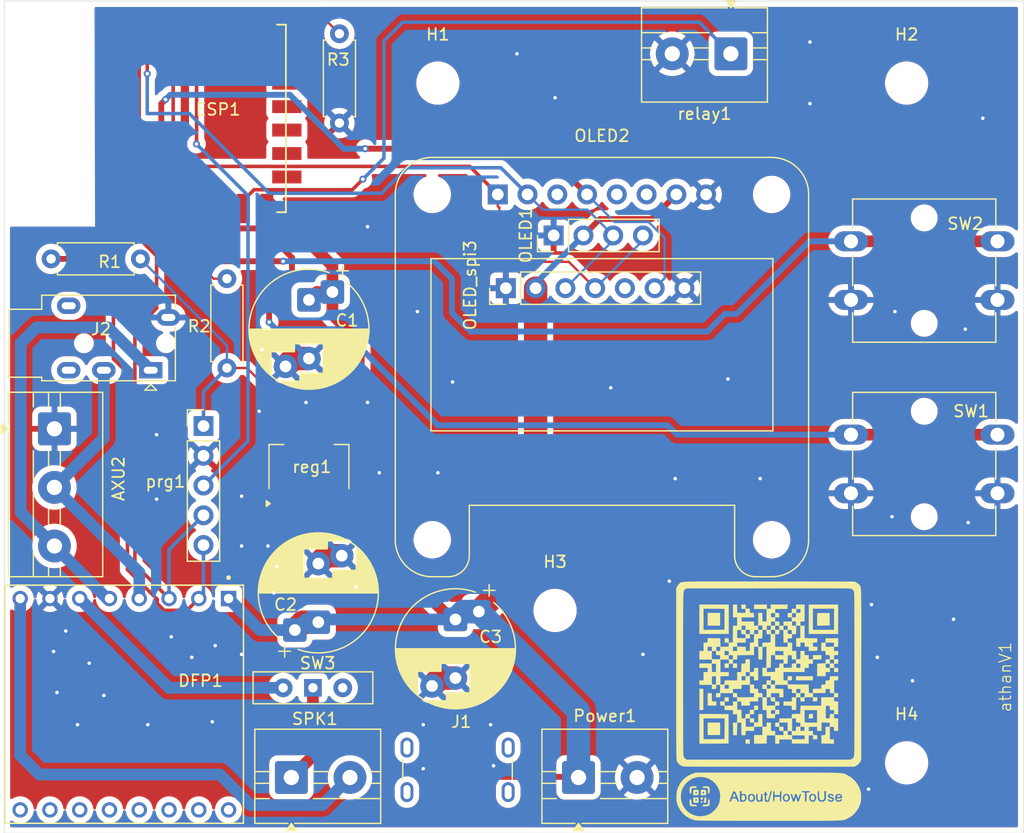
<source format=kicad_pcb>
(kicad_pcb (version 20241229) (generator "pcbnew") (generator_version "9.0")
  (layers (0 "F.Cu" signal) (2 "B.Cu" signal) (13 "F.Paste" user) (15 "B.Paste" user) (5 "F.SilkS" user "F.Silkscreen") (7 "B.SilkS" user "B.Silkscreen") (1 "F.Mask" user) (3 "B.Mask" user) (25 "Edge.Cuts" user))
  (net 0 "")
  (net 1 "GND")
  (net 2 "/AUX_R")
  (net 3 "/AUX_L")
  (net 4 "/ESP_VCC")
  (net 5 "+5V")
  (net 8 "/SPK-")
  (net 10 "/ESP_Rx")
  (net 13 "Net-(DFP1-SPK1)")
  (net 16 "/ESP_Tx")
  (net 18 "/SCL")
  (net 19 "/SDA")
  (net 20 "/relay")
  (net 22 "Net-(ESP1-GPIO15)")
  (net 24 "Net-(ESP1-CH_PD)")
  (net 27 "/GPIO14")
  (net 28 "/GPIO12")
  (net 29 "/oled_rst")
  (net 31 "Net-(ESP1-REST)")
  (net 35 "/GPIO0")
  (net 44 "/SPK+")
  (footprint "TerminalBlock:TerminalBlock_MaiXu_MX126-5.0-03P_1x03_P5.00mm" (layer "F.Cu") (at 77.2825 96.5 -90)
    (property "Reference" "AXU2" (at 4.25 -5.4675 90) (layer "F.SilkS"))
    (property "Value" "Conn_01x03" (hide yes))
    (pad "1" thru_hole roundrect (at 0 0 270) (size 2.8 2.8) (drill 1.3) (layers "*.Cu" "*.Mask") (roundrect_rratio 0.089286) (net 1 "GND"))
    (pad "2" thru_hole circle (at 5 0 270) (size 2.8 2.8) (drill 1.3) (layers "*.Cu" "*.Mask") (net 2 "/AUX_R"))
    (pad "3" thru_hole circle (at 10 0 270) (size 2.8 2.8) (drill 1.3) (layers "*.Cu" "*.Mask") (net 3 "/AUX_L"))
  )
  (footprint "MountingHole:MountingHole_3.2mm_M3" (layer "F.Cu") (at 110 67)
    (property "Reference" "H1" (at 0 -4.15 0) (layer "F.SilkS"))
    (property "Value" "MountingHole")
    (pad "" np_thru_hole circle (at 0 0) (size 3.2 3.2) (drill 3.2) (layers "*.Cu" "*.Mask"))
  )
  (footprint "Resistor_THT:R_Axial_DIN0207_L6.3mm_D2.5mm_P7.62mm_Horizontal" (layer "F.Cu") (at 101.6 62.79 -90)
    (property "Reference" "R3" (at 2.21 0.1 180) (layer "F.SilkS"))
    (property "Value" "10k")
    (pad "1" thru_hole circle (at 0 0 270) (size 1.6 1.6) (drill 0.8) (layers "*.Cu" "*.Mask") (net 22 "Net-(ESP1-GPIO15)"))
    (pad "2" thru_hole circle (at 7.62 0 270) (size 1.6 1.6) (drill 0.8) (layers "*.Cu" "*.Mask") (net 1 "GND"))
  )
  (footprint "LOGO" (layer "F.Cu") (at 138.25 119.75)
    (property "Reference" "G***" (hide yes))
    (property "Value" "LOGO" (hide yes))
  )
  (footprint "Capacitor_THT:CP_Radial_D10.0mm_P5.00mm_P7.50mm" (layer "F.Cu") (at 111.5 112.767323 -90)
    (property "Reference" "C3" (at 1.482677 -3 180) (layer "F.SilkS"))
    (property "Value" "100u")
    (pad "1" thru_hole roundrect (at -0.672144 -2 270) (size 2 2) (drill 1) (layers "*.Cu" "*.Mask") (roundrect_rratio 0.125) (net 5 "+5V"))
    (pad "1" thru_hole roundrect (at 0 0 270) (size 2 2) (drill 1) (layers "*.Cu" "*.Mask") (roundrect_rratio 0.125) (net 5 "+5V"))
    (pad "2" thru_hole circle (at 5 0 270) (size 2 2) (drill 1) (layers "*.Cu" "*.Mask") (net 1 "GND"))
    (pad "2" thru_hole circle (at 5.672144 2 270) (size 2 2) (drill 1) (layers "*.Cu" "*.Mask") (net 1 "GND"))
  )
  (footprint "project_devs:ESP-12E_SMD" (layer "F.Cu") (at 81.4125 77 90)
    (property "Reference" "ESP1" (at 7.75 9.8375 180) (layer "F.SilkS"))
    (property "Value" "ESP-12E" (hide yes))
    (pad "1" smd rect (at 0 0 90) (size 2.5 1.1) (drill (offset -0.7 0)) (layers "F.Cu" "F.Mask" "F.Paste") (net 31 "Net-(ESP1-REST)"))
    (pad "2" smd rect (at 0 2 90) (size 2.5 1.1) (drill (offset -0.7 0)) (layers "F.Cu" "F.Mask" "F.Paste"))
    (pad "3" smd rect (at 0 4 90) (size 2.5 1.1) (drill (offset -0.7 0)) (layers "F.Cu" "F.Mask" "F.Paste") (net 24 "Net-(ESP1-CH_PD)"))
    (pad "4" smd rect (at 0 6 90) (size 2.5 1.1) (drill (offset -0.7 0)) (layers "F.Cu" "F.Mask" "F.Paste") (net 29 "/oled_rst"))
    (pad "5" smd rect (at 0 8 90) (size 2.5 1.1) (drill (offset -0.7 0)) (layers "F.Cu" "F.Mask" "F.Paste") (net 27 "/GPIO14"))
    (pad "6" smd rect (at 0 10 90) (size 2.5 1.1) (drill (offset -0.7 0)) (layers "F.Cu" "F.Mask" "F.Paste") (net 28 "/GPIO12"))
    (pad "7" smd rect (at 0 12 90) (size 2.5 1.1) (drill (offset -0.7 0)) (layers "F.Cu" "F.Mask" "F.Paste") (net 20 "/relay"))
    (pad "8" smd rect (at 0 14 90) (size 2.5 1.1) (drill (offset -0.7 0)) (layers "F.Cu" "F.Mask" "F.Paste") (net 4 "/ESP_VCC"))
    (pad "9" smd rect (at 14 14 90) (size 2.5 1.1) (drill (offset 0.7 0)) (layers "F.Cu" "F.Mask" "F.Paste") (net 1 "GND"))
    (pad "10" smd rect (at 14 12 90) (size 2.5 1.1) (drill (offset 0.7 0)) (layers "F.Cu" "F.Mask" "F.Paste") (net 22 "Net-(ESP1-GPIO15)"))
    (pad "11" smd rect (at 14 10 90) (size 2.5 1.1) (drill (offset 0.7 0)) (layers "F.Cu" "F.Mask" "F.Paste"))
    (pad "12" smd rect (at 14 8 90) (size 2.5 1.1) (drill (offset 0.7 0)) (layers "F.Cu" "F.Mask" "F.Paste") (net 35 "/GPIO0"))
    (pad "13" smd rect (at 14 6 90) (size 2.5 1.1) (drill (offset 0.7 0)) (layers "F.Cu" "F.Mask" "F.Paste") (net 19 "/SDA"))
    (pad "14" smd rect (at 14 4 90) (size 2.5 1.1) (drill (offset 0.7 0)) (layers "F.Cu" "F.Mask" "F.Paste") (net 18 "/SCL"))
    (pad "15" smd rect (at 14 2 90) (size 2.5 1.1) (drill (offset 0.7 0)) (layers "F.Cu" "F.Mask" "F.Paste") (net 10 "/ESP_Rx"))
    (pad "16" smd rect (at 14 0 90) (size 2.5 1.1) (drill (offset 0.7 0)) (layers "F.Cu" "F.Mask" "F.Paste") (net 16 "/ESP_Tx"))
    (pad "17" smd rect (at 1.99 15 180) (size 2.5 1.1) (drill (offset -0.7 0)) (layers "F.Cu" "F.Mask" "F.Paste"))
    (pad "18" smd rect (at 3.99 15 180) (size 2.5 1.1) (drill (offset -0.7 0)) (layers "F.Cu" "F.Mask" "F.Paste"))
    (pad "19" smd rect (at 5.99 15 180) (size 2.5 1.1) (drill (offset -0.7 0)) (layers "F.Cu" "F.Mask" "F.Paste"))
    (pad "20" smd rect (at 7.99 15 180) (size 2.5 1.1) (drill (offset -0.7 0)) (layers "F.Cu" "F.Mask" "F.Paste"))
    (pad "21" smd rect (at 9.99 15 180) (size 2.5 1.1) (drill (offset -0.7 0)) (layers "F.Cu" "F.Mask" "F.Paste"))
    (pad "22" smd rect (at 11.99 15 180) (size 2.5 1.1) (drill (offset -0.7 0)) (layers "F.Cu" "F.Mask" "F.Paste"))
  )
  (footprint "Resistor_THT:R_Axial_DIN0207_L6.3mm_D2.5mm_P7.62mm_Horizontal" (layer "F.Cu") (at 92 91.31 90)
    (property "Reference" "R2" (at 3.56 -2.37 180) (layer "F.SilkS"))
    (property "Value" "10k")
    (pad "1" thru_hole circle (at 0 0 90) (size 1.6 1.6) (drill 0.8) (layers "*.Cu" "*.Mask") (net 4 "/ESP_VCC"))
    (pad "2" thru_hole circle (at 7.62 0 90) (size 1.6 1.6) (drill 0.8) (layers "*.Cu" "*.Mask") (net 24 "Net-(ESP1-CH_PD)"))
  )
  (footprint "project_devs:MODULE_DFR0299" (layer "F.Cu") (at 83.25 120 -90)
    (property "Reference" "DFP1" (at -2 -6.5 180) (layer "F.SilkS"))
    (property "Value" "DFR0299")
    (pad "1" thru_hole rect (at -9.017 -8.89 270) (size 1.308 1.308) (drill 0.8) (layers "*.Cu" "*.Mask") (net 5 "+5V"))
    (pad "2" thru_hole circle (at -9.017 -6.35 270) (size 1.308 1.308) (drill 0.8) (layers "*.Cu" "*.Mask") (net 16 "/ESP_Tx"))
    (pad "3" thru_hole circle (at -9.017 -3.81 270) (size 1.308 1.308) (drill 0.8) (layers "*.Cu" "*.Mask") (net 10 "/ESP_Rx"))
    (pad "4" thru_hole circle (at -9.017 -1.27 270) (size 1.308 1.308) (drill 0.8) (layers "*.Cu" "*.Mask") (net 2 "/AUX_R"))
    (pad "5" thru_hole circle (at -9.017 1.27 270) (size 1.308 1.308) (drill 0.8) (layers "*.Cu" "*.Mask") (net 3 "/AUX_L"))
    (pad "6" thru_hole circle (at -9.017 3.81 270) (size 1.308 1.308) (drill 0.8) (layers "*.Cu" "*.Mask") (net 13 "Net-(DFP1-SPK1)"))
    (pad "7" thru_hole circle (at -9.017 6.35 270) (size 1.308 1.308) (drill 0.8) (layers "*.Cu" "*.Mask") (net 1 "GND"))
    (pad "8" thru_hole circle (at -9.017 8.89 270) (size 1.308 1.308) (drill 0.8) (layers "*.Cu" "*.Mask") (net 8 "/SPK-"))
    (pad "9" thru_hole circle (at 9.017 8.89 270) (size 1.308 1.308) (drill 0.8) (layers "*.Cu" "*.Mask"))
    (pad "10" thru_hole circle (at 9.017 6.35 270) (size 1.308 1.308) (drill 0.8) (layers "*.Cu" "*.Mask"))
    (pad "11" thru_hole circle (at 9.017 3.81 270) (size 1.308 1.308) (drill 0.8) (layers "*.Cu" "*.Mask"))
    (pad "12" thru_hole circle (at 9.017 1.27 270) (size 1.308 1.308) (drill 0.8) (layers "*.Cu" "*.Mask"))
    (pad "13" thru_hole circle (at 9.017 -1.27 270) (size 1.308 1.308) (drill 0.8) (layers "*.Cu" "*.Mask"))
    (pad "14" thru_hole circle (at 9.017 -3.81 270) (size 1.308 1.308) (drill 0.8) (layers "*.Cu" "*.Mask"))
    (pad "15" thru_hole circle (at 9.017 -6.35 270) (size 1.308 1.308) (drill 0.8) (layers "*.Cu" "*.Mask"))
    (pad "16" thru_hole circle (at 9.017 -8.89 270) (size 1.308 1.308) (drill 0.8) (layers "*.Cu" "*.Mask"))
  )
  (footprint "Connector_PinHeader_2.54mm:PinHeader_1x07_P2.54mm_Vertical" (layer "F.Cu") (at 115.8 84.5 90)
    (property "Reference" "OLED_spi3" (at 0.25 -3.05 90) (layer "F.SilkS"))
    (property "Value" "SSD1306_SPI")
    (pad "1" thru_hole rect (at 0 0 90) (size 1.7 1.7) (drill 1) (layers "*.Cu" "*.Mask") (net 1 "GND"))
    (pad "2" thru_hole circle (at 0 2.54 90) (size 1.7 1.7) (drill 1) (layers "*.Cu" "*.Mask") (net 5 "+5V"))
    (pad "3" thru_hole circle (at 0 5.08 90) (size 1.7 1.7) (drill 1) (layers "*.Cu" "*.Mask") (net 18 "/SCL"))
    (pad "4" thru_hole circle (at 0 7.62 90) (size 1.7 1.7) (drill 1) (layers "*.Cu" "*.Mask") (net 19 "/SDA"))
    (pad "5" thru_hole circle (at 0 10.16 90) (size 1.7 1.7) (drill 1) (layers "*.Cu" "*.Mask"))
    (pad "6" thru_hole circle (at 0 12.7 90) (size 1.7 1.7) (drill 1) (layers "*.Cu" "*.Mask") (net 29 "/oled_rst"))
    (pad "7" thru_hole circle (at 0 15.24 90) (size 1.7 1.7) (drill 1) (layers "*.Cu" "*.Mask") (net 1 "GND"))
  )
  (footprint "Display:Adafruit_SSD1306" (layer "F.Cu") (at 115.11 76.5)
    (property "Reference" "OLED2" (at 8.89 -5 0) (layer "F.SilkS"))
    (property "Value" "SSD1306_I2C")
    (pad "" np_thru_hole circle (at -5.588 0) (size 2.7 2.7) (drill 2.7) (layers "*.Cu" "*.Mask"))
    (pad "" np_thru_hole circle (at -5.588 29.464) (size 2.7 2.7) (drill 2.7) (layers "*.Cu" "*.Mask"))
    (pad "" np_thru_hole circle (at 23.368 0) (size 2.7 2.7) (drill 2.7) (layers "*.Cu" "*.Mask"))
    (pad "" np_thru_hole circle (at 23.368 29.464) (size 2.7 2.7) (drill 2.7) (layers "*.Cu" "*.Mask"))
    (pad "1" thru_hole rect (at 0 0) (size 1.7 1.7) (drill 1) (layers "*.Cu" "*.Mask") (net 19 "/SDA"))
    (pad "2" thru_hole circle (at 2.54 0) (size 1.7 1.7) (drill 1) (layers "*.Cu" "*.Mask") (net 18 "/SCL"))
    (pad "3" thru_hole circle (at 5.08 0) (size 1.7 1.7) (drill 1) (layers "*.Cu" "*.Mask"))
    (pad "4" thru_hole circle (at 7.62 0) (size 1.7 1.7) (drill 1) (layers "*.Cu" "*.Mask") (net 29 "/oled_rst"))
    (pad "5" thru_hole circle (at 10.16 0) (size 1.7 1.7) (drill 1) (layers "*.Cu" "*.Mask"))
    (pad "6" thru_hole circle (at 12.7 0) (size 1.7 1.7) (drill 1) (layers "*.Cu" "*.Mask"))
    (pad "7" thru_hole circle (at 15.24 0) (size 1.7 1.7) (drill 1) (layers "*.Cu" "*.Mask") (net 5 "+5V"))
    (pad "8" thru_hole circle (at 17.78 0) (size 1.7 1.7) (drill 1) (layers "*.Cu" "*.Mask") (net 1 "GND"))
  )
  (footprint "Button_Switch_THT:SW_SPST_Omron_B3F-40xx" (layer "F.Cu") (at 145.25 80.5)
    (property "Reference" "SW2" (at 9.75 -1.5 0) (layer "F.SilkS"))
    (property "Value" "ui_next")
    (pad "" np_thru_hole circle (at 6.25 -2) (size 1.8 1.8) (drill 1.8) (layers "*.Cu" "*.Mask"))
    (pad "" np_thru_hole circle (at 6.25 7) (size 1.8 1.8) (drill 1.8) (layers "*.Cu" "*.Mask"))
    (pad "1" thru_hole oval (at 0 0) (size 2.9 1.7) (drill 1.2) (layers "*.Cu" "*.Mask") (net 27 "/GPIO14"))
    (pad "1" thru_hole oval (at 12.5 0) (size 2.9 1.7) (drill 1.2) (layers "*.Cu" "*.Mask") (net 27 "/GPIO14"))
    (pad "2" thru_hole oval (at 0 5) (size 2.9 1.7) (drill 1.2) (layers "*.Cu" "*.Mask") (net 1 "GND"))
    (pad "2" thru_hole oval (at 12.5 5) (size 2.9 1.7) (drill 1.2) (layers "*.Cu" "*.Mask") (net 1 "GND"))
  )
  (footprint "MountingHole:MountingHole_3.2mm_M3" (layer "F.Cu") (at 150 125)
    (property "Reference" "H4" (at 0 -4.15 0) (layer "F.SilkS"))
    (property "Value" "MountingHole")
    (pad "" np_thru_hole circle (at 0 0) (size 3.2 3.2) (drill 3.2) (layers "*.Cu" "*.Mask"))
  )
  (footprint "Button_Switch_THT:SW_Slide-03_Wuerth-WS-SLTV_10x2.5x6.4_P2.54mm" (layer "F.Cu") (at 99.34 118.6)
    (property "Reference" "SW3" (at 0.41 -2.1 0) (layer "F.SilkS"))
    (property "Value" "SW_SPST")
    (pad "1" thru_hole rect (at 0 0) (size 1.5 1.5) (drill 0.8) (layers "*.Cu" "*.Mask") (net 44 "/SPK+"))
    (pad "2" thru_hole circle (at -2.54 0) (size 1.6 1.6) (drill 0.8) (layers "*.Cu" "*.Mask") (net 13 "Net-(DFP1-SPK1)"))
    (pad "3" thru_hole circle (at 2.54 0) (size 1.6 1.6) (drill 0.8) (layers "*.Cu" "*.Mask"))
  )
  (footprint "Button_Switch_THT:SW_SPST_Omron_B3F-40xx" (layer "F.Cu") (at 145.25 97)
    (property "Reference" "SW1" (at 10.25 -2 0) (layer "F.SilkS"))
    (property "Value" "ui_select")
    (pad "" np_thru_hole circle (at 6.25 -2) (size 1.8 1.8) (drill 1.8) (layers "*.Cu" "*.Mask"))
    (pad "" np_thru_hole circle (at 6.25 7) (size 1.8 1.8) (drill 1.8) (layers "*.Cu" "*.Mask"))
    (pad "1" thru_hole oval (at 0 0) (size 2.9 1.7) (drill 1.2) (layers "*.Cu" "*.Mask") (net 28 "/GPIO12"))
    (pad "1" thru_hole oval (at 12.5 0) (size 2.9 1.7) (drill 1.2) (layers "*.Cu" "*.Mask") (net 28 "/GPIO12"))
    (pad "2" thru_hole oval (at 0 5) (size 2.9 1.7) (drill 1.2) (layers "*.Cu" "*.Mask") (net 1 "GND"))
    (pad "2" thru_hole oval (at 12.5 5) (size 2.9 1.7) (drill 1.2) (layers "*.Cu" "*.Mask") (net 1 "GND"))
  )
  (footprint "Connector_PinHeader_2.54mm:PinHeader_1x05_P2.54mm_Vertical" (layer "F.Cu") (at 90 96.26)
    (property "Reference" "prg1" (at -3.25 4.74 0) (layer "F.SilkS"))
    (property "Value" "Conn_01x05")
    (pad "1" thru_hole rect (at 0 0) (size 1.7 1.7) (drill 1) (layers "*.Cu" "*.Mask") (net 4 "/ESP_VCC"))
    (pad "2" thru_hole circle (at 0 2.54) (size 1.7 1.7) (drill 1) (layers "*.Cu" "*.Mask") (net 1 "GND"))
    (pad "3" thru_hole circle (at 0 5.08) (size 1.7 1.7) (drill 1) (layers "*.Cu" "*.Mask") (net 35 "/GPIO0"))
    (pad "4" thru_hole circle (at 0 7.62) (size 1.7 1.7) (drill 1) (layers "*.Cu" "*.Mask") (net 10 "/ESP_Rx"))
    (pad "5" thru_hole circle (at 0 10.16) (size 1.7 1.7) (drill 1) (layers "*.Cu" "*.Mask") (net 16 "/ESP_Tx"))
  )
  (footprint "Resistor_THT:R_Axial_DIN0207_L6.3mm_D2.5mm_P7.62mm_Horizontal" (layer "F.Cu") (at 84.62 82 180)
    (property "Reference" "R1" (at 2.62 -0.25 0) (layer "F.SilkS"))
    (property "Value" "10k")
    (pad "1" thru_hole circle (at 0 0 180) (size 1.6 1.6) (drill 0.8) (layers "*.Cu" "*.Mask") (net 4 "/ESP_VCC"))
    (pad "2" thru_hole circle (at 7.62 0 180) (size 1.6 1.6) (drill 0.8) (layers "*.Cu" "*.Mask") (net 31 "Net-(ESP1-REST)"))
  )
  (footprint "Capacitor_THT:CP_Radial_D10.0mm_P5.00mm_P7.50mm" (layer "F.Cu") (at 99.8 113 90)
    (property "Reference" "C2" (at 1.5 -2.8 180) (layer "F.SilkS"))
    (property "Value" "100u")
    (pad "1" thru_hole roundrect (at -0.672144 -2 90) (size 2 2) (drill 1) (layers "*.Cu" "*.Mask") (roundrect_rratio 0.125) (net 5 "+5V"))
    (pad "1" thru_hole roundrect (at 0 0 90) (size 2 2) (drill 1) (layers "*.Cu" "*.Mask") (roundrect_rratio 0.125) (net 5 "+5V"))
    (pad "2" thru_hole circle (at 5 0 90) (size 2 2) (drill 1) (layers "*.Cu" "*.Mask") (net 1 "GND"))
    (pad "2" thru_hole circle (at 5.672144 2 90) (size 2 2) (drill 1) (layers "*.Cu" "*.Mask") (net 1 "GND"))
  )
  (footprint "Connector_PinHeader_2.54mm:PinHeader_1x04_P2.54mm_Vertical" (layer "F.Cu") (at 119.88 80 90)
    (property "Reference" "OLED1" (at 0 -2.38 90) (layer "F.SilkS"))
    (property "Value" "SSD1306_I2C")
    (pad "1" thru_hole rect (at 0 0 90) (size 1.7 1.7) (drill 1) (layers "*.Cu" "*.Mask") (net 1 "GND"))
    (pad "2" thru_hole circle (at 0 2.54 90) (size 1.7 1.7) (drill 1) (layers "*.Cu" "*.Mask") (net 5 "+5V"))
    (pad "3" thru_hole circle (at 0 5.08 90) (size 1.7 1.7) (drill 1) (layers "*.Cu" "*.Mask") (net 18 "/SCL"))
    (pad "4" thru_hole circle (at 0 7.62 90) (size 1.7 1.7) (drill 1) (layers "*.Cu" "*.Mask") (net 19 "/SDA"))
  )
  (footprint "Capacitor_THT:CP_Radial_D10.0mm_P5.00mm_P7.50mm" (layer "F.Cu") (at 99 85.5 -90)
    (property "Reference" "C1" (at 1.75 -3.25 180) (layer "F.SilkS"))
    (property "Value" "100u")
    (pad "1" thru_hole roundrect (at -0.672144 -2 270) (size 2 2) (drill 1) (layers "*.Cu" "*.Mask") (roundrect_rratio 0.125) (net 4 "/ESP_VCC"))
    (pad "1" thru_hole roundrect (at 0 0 270) (size 2 2) (drill 1) (layers "*.Cu" "*.Mask") (roundrect_rratio 0.125) (net 4 "/ESP_VCC"))
    (pad "2" thru_hole circle (at 5 0 270) (size 2 2) (drill 1) (layers "*.Cu" "*.Mask") (net 1 "GND"))
    (pad "2" thru_hole circle (at 5.672144 2 270) (size 2 2) (drill 1) (layers "*.Cu" "*.Mask") (net 1 "GND"))
  )
  (footprint "TerminalBlock:TerminalBlock_MaiXu_MX126-5.0-02P_1x02_P5.00mm" (layer "F.Cu") (at 97.5 126.25)
    (property "Reference" "SPK1" (at 2 -5 0) (layer "F.SilkS"))
    (property "Value" "Speaker")
    (pad "1" thru_hole roundrect (at 0 0) (size 2.8 2.8) (drill 1.3) (layers "*.Cu" "*.Mask") (roundrect_rratio 0.089286) (net 44 "/SPK+"))
    (pad "2" thru_hole circle (at 5 0) (size 2.8 2.8) (drill 1.3) (layers "*.Cu" "*.Mask") (net 8 "/SPK-"))
  )
  (footprint "MountingHole:MountingHole_3.2mm_M3" (layer "F.Cu") (at 150 67)
    (property "Reference" "H2" (at 0 -4.15 0) (layer "F.SilkS"))
    (property "Value" "MountingHole")
    (pad "" np_thru_hole circle (at 0 0) (size 3.2 3.2) (drill 3.2) (layers "*.Cu" "*.Mask"))
  )
  (footprint "TerminalBlock:TerminalBlock_MaiXu_MX126-5.0-02P_1x02_P5.00mm" (layer "F.Cu") (at 135 64.5 180)
    (property "Reference" "relay1" (at 2.25 -5.12 0) (layer "F.SilkS"))
    (property "Value" "Relay control" (hide yes))
    (pad "1" thru_hole roundrect (at 0 0 180) (size 2.8 2.8) (drill 1.3) (layers "*.Cu" "*.Mask") (roundrect_rratio 0.089286) (net 20 "/relay"))
    (pad "2" thru_hole circle (at 5 0 180) (size 2.8 2.8) (drill 1.3) (layers "*.Cu" "*.Mask") (net 1 "GND"))
  )
  (footprint "MountingHole:MountingHole_3.2mm_M3" (layer "F.Cu") (at 120 112)
    (property "Reference" "H3" (at 0 -4.15 0) (layer "F.SilkS"))
    (property "Value" "MountingHole")
    (pad "" np_thru_hole circle (at 0 0) (size 3.2 3.2) (drill 3.2) (layers "*.Cu" "*.Mask"))
  )
  (footprint "Connector_Audio:Jack_3.5mm_PJ320E_Horizontal" (layer "F.Cu") (at 85.5 91.5 90)
    (property "Reference" "J2" (at 3.5 -4.25 180) (layer "F.SilkS"))
    (property "Value" "AudioJack4")
    (pad "" np_thru_hole circle (at 2.3 -5.7) (size 1.2 1.2) (drill 1.2) (layers "*.Cu" "*.Mask"))
    (pad "" np_thru_hole circle (at 2.3 1.3) (size 1.2 1.2) (drill 1.2) (layers "*.Cu" "*.Mask"))
    (pad "" thru_hole oval (at 5.5 -7) (size 2 1.4) (drill oval 1.2 0.6) (layers "*.Cu" "*.Mask"))
    (pad "R1" thru_hole oval (at 0 -4) (size 2 1.4) (drill oval 1.2 0.6) (layers "*.Cu" "*.Mask") (net 2 "/AUX_R"))
    (pad "R2" thru_hole oval (at 0 -7) (size 2 1.4) (drill oval 1.2 0.6) (layers "*.Cu" "*.Mask"))
    (pad "S" thru_hole oval (at 4.5 1.5) (size 2 1.4) (drill oval 1.2 0.6) (layers "*.Cu" "*.Mask") (net 1 "GND"))
    (pad "T" thru_hole rect (at 0 0) (size 2 1.4) (drill oval 1.2 0.6) (layers "*.Cu" "*.Mask") (net 3 "/AUX_L"))
  )
  (footprint "TerminalBlock:TerminalBlock_MaiXu_MX126-5.0-02P_1x02_P5.00mm" (layer "F.Cu") (at 122 126.25)
    (property "Reference" "Power1" (at 2.25 -5.25 0) (layer "F.SilkS"))
    (property "Value" "5V pow supply")
    (pad "1" thru_hole roundrect (at 0 0) (size 2.8 2.8) (drill 1.3) (layers "*.Cu" "*.Mask") (roundrect_rratio 0.089286) (net 5 "+5V"))
    (pad "2" thru_hole circle (at 5 0) (size 2.8 2.8) (drill 1.3) (layers "*.Cu" "*.Mask") (net 1 "GND"))
  )
  (footprint "Package_TO_SOT_SMD:SOT-223-3_TabPin2" (layer "F.Cu") (at 99 99.75 90)
    (property "Reference" "reg1" (at 0 0.25 180) (layer "F.SilkS"))
    (property "Value" "AMS1117-3.3")
    (pad "1" smd roundrect (at -3.15 -2.3 90) (size 2 1.5) (layers "F.Cu" "F.Mask" "F.Paste") (net 1 "GND"))
    (pad "2" smd roundrect (at -3.15 0 90) (size 2 1.5) (layers "F.Cu" "F.Mask" "F.Paste") (net 4 "/ESP_VCC"))
    (pad "2" smd roundrect (at 3.15 0 90) (size 2 3.8) (layers "F.Cu" "F.Mask" "F.Paste") (net 4 "/ESP_VCC"))
    (pad "3" smd roundrect (at -3.15 2.3 90) (size 2 1.5) (layers "F.Cu" "F.Mask" "F.Paste") (net 5 "+5V"))
  )
  (footprint "Connector_USB:USB_C_Receptacle_GCT_USB4125-xx-x_6P_TopMnt_Horizontal" (layer "F.Cu") (at 111.68 126.7)
    (property "Reference" "J1" (at 0.32 -5.2 0) (layer "F.SilkS"))
    (property "Value" "USB_C_Receptacle_PowerOnly_6P" (hide yes))
    (pad "A5" smd roundrect (at -0.5 -3.08) (size 0.7 1.2) (layers "F.Cu" "F.Mask" "F.Paste"))
    (pad "A9" smd roundrect (at 1.52 -3.08 180) (size 0.76 1.2) (layers "F.Cu" "F.Mask" "F.Paste") (net 5 "+5V"))
    (pad "A12" smd roundrect (at 2.75 -3.08 180) (size 0.8 1.2) (layers "F.Cu" "F.Mask" "F.Paste") (net 1 "GND"))
    (pad "B5" smd roundrect (at 0.5 -3.08 180) (size 0.7 1.2) (layers "F.Cu" "F.Mask" "F.Paste"))
    (pad "B9" smd roundrect (at -1.52 -3.08) (size 0.76 1.2) (layers "F.Cu" "F.Mask" "F.Paste") (net 5 "+5V"))
    (pad "B12" smd roundrect (at -2.75 -3.08) (size 0.8 1.2) (layers "F.Cu" "F.Mask" "F.Paste") (net 1 "GND"))
    (pad "S1" thru_hole oval (at -4.32 -3) (size 1.1 1.7) (drill oval 0.6 1.2) (property pad_prop_heatsink) (layers "*.Cu" "*.Mask" "F.Paste"))
    (pad "S1" thru_hole oval (at -4.32 0.8) (size 1.1 1.7) (drill oval 0.6 1.2) (property pad_prop_heatsink) (layers "*.Cu" "*.Mask" "F.Paste"))
    (pad "S1" thru_hole oval (at 4.32 -3) (size 1.1 1.7) (drill oval 0.6 1.2) (property pad_prop_heatsink) (layers "*.Cu" "*.Mask" "F.Paste"))
    (pad "S1" thru_hole oval (at 4.32 0.8) (size 1.1 1.7) (drill oval 0.6 1.2) (property pad_prop_heatsink) (layers "*.Cu" "*.Mask" "F.Paste"))
  )
  (gr_rect (start 73 60) (end 160 131) (stroke (width 0.05)) (fill no) (layer "Edge.Cuts"))
  (gr_text "athanV1" (at 159 120.75 90) (layer "F.SilkS") (effects (font (size 1 1) (thickness 0.1)) (justify left bottom)))
  (segment (start 111.5 117.767323) (end 110.172144 117.767323) (width 2) (layer "F.Cu") (net 1))
  (segment (start 101.8 107.327856) (end 100.472144 107.327856) (width 2) (layer "F.Cu") (net 1))
  (segment (start 100.472144 107.327856) (end 99.8 108) (width 2) (layer "F.Cu") (net 1))
  (segment (start 110.172144 117.767323) (end 109.5 118.439467) (width 2) (layer "F.Cu") (net 1))
  (segment (start 99 90.5) (end 97.672144 90.5) (width 2) (layer "F.Cu") (net 1))
  (segment (start 97.672144 90.5) (end 97 91.172144) (width 2) (layer "F.Cu") (net 1))
  (via (at 137.5 100.75) (size 0.6) (drill 0.3) (layers "F.Cu" "B.Cu") (net 1))
  (via (at 85.25 121.75) (size 0.6) (drill 0.3) (layers "F.Cu" "B.Cu") (net 1))
  (via (at 81.5 119.25) (size 0.6) (drill 0.3) (layers "F.Cu" "B.Cu") (net 1))
  (via (at 155.25 104.5) (size 0.6) (drill 0.3) (layers "F.Cu" "B.Cu") (net 1))
  (via (at 141.75 68.75) (size 0.6) (drill 0.3) (layers "F.Cu" "B.Cu") (net 1))
  (via (at 110 100.25) (size 0.6) (drill 0.3) (layers "F.Cu" "B.Cu") (net 1))
  (via (at 129.75 109.5) (size 0.6) (drill 0.3) (layers "F.Cu" "B.Cu") (net 1))
  (via (at 147.5 116) (size 0.6) (drill 0.3) (layers "F.Cu" "B.Cu") (net 1))
  (via (at 80.25 116.5) (size 0.6) (drill 0.3) (layers "F.Cu" "B.Cu") (net 1))
  (via (at 90.75 121.5) (size 0.6) (drill 0.3) (layers "F.Cu" "B.Cu") (net 1))
  (via (at 93.25 102.25) (size 0.6) (drill 0.3) (layers "F.Cu" "B.Cu") (net 1))
  (via (at 154 112.75) (size 0.6) (drill 0.3) (layers "F.Cu" "B.Cu") (net 1))
  (via (at 127.5 115.75) (size 0.6) (drill 0.3) (layers "F.Cu" "B.Cu") (net 1))
  (via (at 89 116) (size 0.6) (drill 0.3) (layers "F.Cu" "B.Cu") (net 1))
  (via (at 79.25 121.75) (size 0.6) (drill 0.3) (layers "F.Cu" "B.Cu") (net 1))
  (via (at 94.75 95) (size 0.6) (drill 0.3) (layers "F.Cu" "B.Cu") (net 1))
  (via (at 141.75 63.5) (size 0.6) (drill 0.3) (layers "F.Cu" "B.Cu") (net 1))
  (via (at 96 110.5) (size 0.6) (drill 0.3) (layers "F.Cu" "B.Cu") (net 1))
  (via (at 114.5 121.75) (size 0.6) (drill 0.3) (layers "F.Cu" "B.Cu") (net 1))
  (via (at 108.75 121.75) (size 0.6) (drill 0.3) (layers "F.Cu" "B.Cu") (net 1))
  (via (at 86 97) (size 0.6) (drill 0.3) (layers "F.Cu" "B.Cu") (net 1))
  (via (at 156.5 70) (size 0.6) (drill 0.3) (layers "F.Cu" "B.Cu") (net 1))
  (via (at 150.5 118) (size 0.6) (drill 0.3) (layers "F.Cu" "B.Cu") (net 1))
  (via (at 116.75 64.5) (size 0.6) (drill 0.3) (layers "F.Cu" "B.Cu") (net 1))
  (via (at 155 88) (size 0.6) (drill 0.3) (layers "F.Cu" "B.Cu") (net 1))
  (via (at 134.75 92.25) (size 0.6) (drill 0.3) (layers "F.Cu" "B.Cu") (net 1))
  (via (at 148.75 104) (size 0.6) (drill 0.3) (layers "F.Cu" "B.Cu") (net 1))
  (via (at 78.25 113.75) (size 0.6) (drill 0.3) (layers "F.Cu" "B.Cu") (net 1))
  (via (at 77.5 119) (size 0.6) (drill 0.3) (layers "F.Cu" "B.Cu") (net 1))
  (via (at 96.25 108.25) (size 0.6) (drill 0.3) (layers "F.Cu" "B.Cu") (net 1))
  (via (at 114.75 125.25) (size 0.6) (drill 0.3) (layers "F.Cu" "B.Cu") (net 1))
  (via (at 95 89.75) (size 0.6) (drill 0.3) (layers "F.Cu" "B.Cu") (net 1))
  (via (at 108.25 86.5) (size 0.6) (drill 0.3) (layers "F.Cu" "B.Cu") (net 1))
  (via (at 108.75 125.5) (size 0.6) (drill 0.3) (layers "F.Cu" "B.Cu") (net 1))
  (via (at 95.5 106.5) (size 0.6) (drill 0.3) (layers "F.Cu" "B.Cu") (net 1))
  (via (at 93.25 106.5) (size 0.6) (drill 0.3) (layers "F.Cu" "B.Cu") (net 1))
  (via (at 104 94.25) (size 0.6) (drill 0.3) (layers "F.Cu" "B.Cu") (net 1))
  (via (at 111.25 92.5) (size 0.6) (drill 0.3) (layers "F.Cu" "B.Cu") (net 1))
  (via (at 98.75 94.25) (size 0.6) (drill 0.3) (layers "F.Cu" "B.Cu") (net 1))
  (via (at 91 115) (size 0.6) (drill 0.3) (layers "F.Cu" "B.Cu") (net 1))
  (via (at 93.25 115.75) (size 0.6) (drill 0.3) (layers "F.Cu" "B.Cu") (net 1))
  (via (at 146.75 127.25) (size 0.6) (drill 0.3) (layers "F.Cu" "B.Cu") (net 1))
  (via (at 124.75 93) (size 0.6) (drill 0.3) (layers "F.Cu" "B.Cu") (net 1))
  (via (at 130.25 100.75) (size 0.6) (drill 0.3) (layers "F.Cu" "B.Cu") (net 1))
  (via (at 104 79.25) (size 0.6) (drill 0.3) (layers "F.Cu" "B.Cu") (net 1))
  (via (at 87.25 114.25) (size 0.6) (drill 0.3) (layers "F.Cu" "B.Cu") (net 1))
  (via (at 147 111.5) (size 0.6) (drill 0.3) (layers "F.Cu" "B.Cu") (net 1))
  (via (at 105 100.25) (size 0.6) (drill 0.3) (layers "F.Cu" "B.Cu") (net 1))
  (via (at 120 68.25) (size 0.6) (drill 0.3) (layers "F.Cu" "B.Cu") (net 1))
  (via (at 149 86.5) (size 0.6) (drill 0.3) (layers "F.Cu" "B.Cu") (net 1))
  (via (at 77.204899 115.498722) (size 0.6) (drill 0.3) (layers "F.Cu" "B.Cu") (net 1))
  (via (at 86 102.5) (size 0.6) (drill 0.3) (layers "F.Cu" "B.Cu") (net 1))
  (via (at 103 110) (size 0.6) (drill 0.3) (layers "F.Cu" "B.Cu") (net 1))
  (segment (start 81.5 97.2825) (end 81.5 91.5) (width 1) (layer "B.Cu") (net 2))
  (segment (start 77.2825 101.5) (end 84.52 108.7375) (width 1) (layer "B.Cu") (net 2))
  (segment (start 84.52 108.7375) (end 84.52 110.983) (width 1) (layer "B.Cu") (net 2))
  (segment (start 77.2825 101.5) (end 81.5 97.2825) (width 1) (layer "B.Cu") (net 2))
  (segment (start 74.4 103.6175) (end 74.4 89.2) (width 1) (layer "B.Cu") (net 3))
  (segment (start 81.98 110.983) (end 81.7655 110.983) (width 1) (layer "B.Cu") (net 3))
  (segment (start 81.7655 110.983) (end 77.2825 106.5) (width 1) (layer "B.Cu") (net 3))
  (segment (start 77.2825 106.5) (end 74.4 103.6175) (width 1) (layer "B.Cu") (net 3))
  (segment (start 81.849 87.849) (end 85.5 91.5) (width 1) (layer "B.Cu") (net 3))
  (segment (start 74.4 89.2) (end 75.751 87.849) (width 1) (layer "B.Cu") (net 3))
  (segment (start 75.751 87.849) (end 81.849 87.849) (width 1) (layer "B.Cu") (net 3))
  (segment (start 101 94.5) (end 103.25 92.25) (width 1) (layer "F.Cu") (net 4))
  (segment (start 99 102.9) (end 99 96.6) (width 1) (layer "F.Cu") (net 4))
  (segment (start 92 91.31) (end 93.71 91.31) (width 0.2) (layer "F.Cu") (net 4))
  (segment (start 103.25 89) (end 101 86.75) (width 1) (layer "F.Cu") (net 4))
  (segment (start 99.672144 84.827856) (end 99 85.5) (width 1) (layer "F.Cu") (net 4))
  (segment (start 93.71 91.31) (end 99 96.6) (width 0.2) (layer "F.Cu") (net 4))
  (segment (start 101 82.5875) (end 101 84.827856) (width 1) (layer "F.Cu") (net 4))
  (segment (start 95.4125 77) (end 101 82.5875) (width 1) (layer "F.Cu") (net 4))
  (segment (start 103.25 92.25) (end 103.25 89) (width 1) (layer "F.Cu") (net 4))
  (segment (start 99 96.6) (end 101 94.6) (width 1) (layer "F.Cu") (net 4))
  (segment (start 101 86.75) (end 101 84.827856) (width 1) (layer "F.Cu") (net 4))
  (segment (start 101 94.6) (end 101 94.5) (width 1) (layer "F.Cu") (net 4))
  (segment (start 101 84.827856) (end 99.672144 84.827856) (width 1) (layer "F.Cu") (net 4))
  (segment (start 90 93.31) (end 92 91.31) (width 0.3) (layer "B.Cu") (net 4))
  (segment (start 84.62 82) (end 92 89.38) (width 0.2) (layer "B.Cu") (net 4))
  (segment (start 92 89.38) (end 92 91.31) (width 0.2) (layer "B.Cu") (net 4))
  (segment (start 90 96.26) (end 90 93.31) (width 0.3) (layer "B.Cu") (net 4))
  (segment (start 121.949 126.199) (end 112.301 126.199) (width 0.5) (layer "F.Cu") (net 5))
  (segment (start 113.2 124.2) (end 113.2 123.62) (width 0.5) (layer "F.Cu") (net 5))
  (segment (start 111.469854 125.4) (end 111.75 125.4) (width 0.5) (layer "F.Cu") (net 5))
  (segment (start 112 125.4) (end 113.2 124.2) (width 0.5) (layer "F.Cu") (net 5))
  (segment (start 118.34 107.255179) (end 118.34 84.5) (width 2) (layer "F.Cu") (net 5))
  (segment (start 128.25 78.6) (end 130.35 76.5) (width 0.5) (layer "F.Cu") (net 5))
  (segment (start 98.472144 113) (end 97.8 113.672144) (width 2) (layer "F.Cu") (net 5))
  (segment (start 101.3 102.9) (end 111.167323 112.767323) (width 1) (layer "F.Cu") (net 5))
  (segment (start 99.8 113) (end 98.472144 113) (width 2) (layer "F.Cu") (net 5))
  (segment (start 111.75 125.648) (end 112.301 126.199) (width 0.5) (layer "F.Cu") (net 5))
  (segment (start 111.75 125.4) (end 111.75 125.648) (width 0.5) (layer "F.Cu") (net 5))
  (segment (start 123.82 78.6) (end 128.25 78.6) (width 0.5) (layer "F.Cu") (net 5))
  (segment (start 121.15 125.4) (end 122 126.25) (width 0.5) (layer "F.Cu") (net 5))
  (segment (start 113.5 112.095179) (end 118.34 107.255179) (width 2) (layer "F.Cu") (net 5))
  (segment (start 122.42 80) (end 123.82 78.6) (width 0.5) (layer "F.Cu") (net 5))
  (segment (start 110.16 123.62) (end 110.16 124.090146) (width 0.5) (layer "F.Cu") (net 5))
  (segment (start 111.167323 112.767323) (end 111.5 112.767323) (width 1) (layer "F.Cu") (net 5))
  (segment (start 122 126.25) (end 121.949 126.199) (width 0.5) (layer "F.Cu") (net 5))
  (segment (start 111.75 125.4) (end 112 125.4) (width 0.5) (layer "F.Cu") (net 5))
  (segment (start 110.16 124.090146) (end 111.469854 125.4) (width 0.5) (layer "F.Cu") (net 5))
  (segment (start 94.829144 113.672144) (end 92.14 110.983) (width 1) (layer "B.Cu") (net 5))
  (segment (start 112.172144 112.095179) (end 111.5 112.767323) (width 2) (layer "B.Cu") (net 5))
  (segment (start 113.5 112.095179) (end 112.172144 112.095179) (width 2) (layer "B.Cu") (net 5))
  (segment (start 97.8 113.672144) (end 94.829144 113.672144) (width 1) (layer "B.Cu") (net 5))
  (segment (start 111.5 112.767323) (end 98.704821 112.767323) (width 1) (layer "B.Cu") (net 5))
  (segment (start 122 126.25) (end 122 120.595179) (width 2) (layer "B.Cu") (net 5))
  (segment (start 118.34 84.08) (end 118.34 84.5) (width 0.5) (layer "B.Cu") (net 5))
  (segment (start 122 120.595179) (end 113.5 112.095179) (width 2) (layer "B.Cu") (net 5))
  (segment (start 122.42 80) (end 118.34 84.08) (width 0.5) (layer "B.Cu") (net 5))
  (segment (start 98.704821 112.767323) (end 97.8 113.672144) (width 1) (layer "B.Cu") (net 5))
  (segment (start 100.15 128.6) (end 102.5 126.25) (width 1) (layer "B.Cu") (net 8))
  (segment (start 94 128.6) (end 100.15 128.6) (width 1) (layer "B.Cu") (net 8))
  (segment (start 74.36 124.36) (end 76 126) (width 1) (layer "B.Cu") (net 8))
  (segment (start 91.4 126) (end 94 128.6) (width 1) (layer "B.Cu") (net 8))
  (segment (start 76 126) (end 91.4 126) (width 1) (layer "B.Cu") (net 8))
  (segment (start 74.36 110.983) (end 74.36 124.36) (width 1) (layer "B.Cu") (net 8))
  (segment (start 83.4125 63) (end 84.5115 64.099) (width 0.3) (layer "F.Cu") (net 10))
  (segment (start 84.5115 64.099) (end 84.5115 80.26374) (width 0.3) (layer "F.Cu") (net 10))
  (segment (start 86 86.213662) (end 84.149 88.064662) (width 0.3) (layer "F.Cu") (net 10))
  (segment (start 84.149 88.064662) (end 84.149 108.072) (width 0.3) (layer "F.Cu") (net 10))
  (segment (start 84.5115 80.26374) (end 86 81.75224) (width 0.3) (layer "F.Cu") (net 10))
  (segment (start 86 81.75224) (end 86 86.213662) (width 0.3) (layer "F.Cu") (net 10))
  (segment (start 84.149 108.072) (end 87.06 110.983) (width 0.3) (layer "F.Cu") (net 10))
  (segment (start 90 103.88) (end 87.06 106.82) (width 0.3) (layer "B.Cu") (net 10))
  (segment (start 87.06 106.82) (end 87.06 110.983) (width 0.3) (layer "B.Cu") (net 10))
  (segment (start 79.44 110.983) (end 87.057 118.6) (width 1) (layer "B.Cu") (net 13))
  (segment (start 87.057 118.6) (end 96.8 118.6) (width 1) (layer "B.Cu") (net 13))
  (segment (start 82.3135 63.901) (end 82.3135 90.527162) (width 0.3) (layer "F.Cu") (net 16))
  (segment (start 81.4125 63) (end 82.3135 63.901) (width 0.3) (layer "F.Cu") (net 16))
  (segment (start 86.643715 111.988) (end 88.595 111.988) (width 0.3) (layer "F.Cu") (net 16))
  (segment (start 86.055 111.055) (end 86.055 111.399285) (width 0.3) (layer "F.Cu") (net 16))
  (segment (start 86.055 111.399285) (end 86.643715 111.988) (width 0.3) (layer "F.Cu") (net 16))
  (segment (start 83.515 108.515) (end 86.055 111.055) (width 0.3) (layer "F.Cu") (net 16))
  (segment (start 83.515 91.728662) (end 83.515 108.515) (width 0.3) (layer "F.Cu") (net 16))
  (segment (start 82.3135 90.527162) (end 83.515 91.728662) (width 0.3) (layer "F.Cu") (net 16))
  (segment (start 88.595 111.988) (end 89.6 110.983) (width 0.3) (layer "F.Cu") (net 16))
  (segment (start 90 106.42) (end 90 110.583) (width 0.3) (layer "B.Cu") (net 16))
  (segment (start 90 110.583) (end 89.6 110.983) (width 0.3) (layer "B.Cu") (net 16))
  (segment (start 85.4125 63) (end 85.2 63.2125) (width 0.3) (layer "F.Cu") (net 18))
  (segment (start 85.2 63.2125) (end 85.2 66.2) (width 0.3) (layer "F.Cu") (net 18))
  (via (at 85.2 66.2) (size 0.6) (drill 0.3) (layers "F.Cu" "B.Cu") (net 18))
  (segment (start 117.65 76.5) (end 115.375 74.225) (width 0.3) (layer "B.Cu") (net 18))
  (segment (start 120.88 84.5) (end 124.96 80.42) (width 0.2) (layer "B.Cu") (net 18))
  (segment (start 95.6 76.4) (end 88.8 69.6) (width 0.3) (layer "B.Cu") (net 18))
  (segment (start 88.8 69.6) (end 85.2 69.6) (width 0.3) (layer "B.Cu") (net 18))
  (segment (start 115.375 74.225) (end 107.375 74.225) (width 0.3) (layer "B.Cu") (net 18))
  (segment (start 118.95 77.8) (end 122.76 77.8) (width 0.2) (layer "B.Cu") (net 18))
  (segment (start 118.95 77.8) (end 117.65 76.5) (width 0.2) (layer "B.Cu") (net 18))
  (segment (start 122.76 77.8) (end 124.96 80) (width 0.2) (layer "B.Cu") (net 18))
  (segment (start 107.375 74.225) (end 105.2 76.4) (width 0.3) (layer "B.Cu") (net 18))
  (segment (start 124.96 80.42) (end 124.96 80) (width 0.2) (layer "B.Cu") (net 18))
  (segment (start 85.2 69.6) (end 85.2 66.2) (width 0.3) (layer "B.Cu") (net 18))
  (segment (start 105.2 76.4) (end 95.6 76.4) (width 0.3) (layer "B.Cu") (net 18))
  (segment (start 87.4125 63) (end 87.4125 73.1875) (width 0.3) (layer "F.Cu") (net 19))
  (segment (start 115.25 81.5) (end 116 82.25) (width 0.2) (layer "F.Cu") (net 19))
  (segment (start 115.11 76.5) (end 115.11 77.5) (width 0.2) (layer "F.Cu") (net 19))
  (segment (start 87.4 73.2) (end 88.309 74.109) (width 0.3) (layer "F.Cu") (net 19))
  (segment (start 115.25 77.64) (end 115.25 81.5) (width 0.2) (layer "F.Cu") (net 19))
  (segment (start 88.309 74.109) (end 112.719 74.109) (width 0.3) (layer "F.Cu") (net 19))
  (segment (start 87.4125 73.1875) (end 87.4 73.2) (width 0.3) (layer "F.Cu") (net 19))
  (segment (start 121.17 82.25) (end 123.42 84.5) (width 0.2) (layer "F.Cu") (net 19))
  (segment (start 112.719 74.109) (end 115.11 76.5) (width 0.3) (layer "F.Cu") (net 19))
  (segment (start 116 82.25) (end 121.17 82.25) (width 0.2) (layer "F.Cu") (net 19))
  (segment (start 115.11 77.5) (end 115.25 77.64) (width 0.2) (layer "F.Cu") (net 19))
  (segment (start 123.42 84.5) (end 127.5 80.42) (width 0.2) (layer "B.Cu") (net 19))
  (segment (start 127.5 80.42) (end 127.5 80) (width 0.2) (layer "B.Cu") (net 19))
  (segment (start 93.4125 77) (end 94.3135 76.099) (width 0.3) (layer "F.Cu") (net 20))
  (segment (start 94.3135 76.099) (end 102.701 76.099) (width 0.3) (layer "F.Cu") (net 20))
  (segment (start 102.701 76.099) (end 103.6 75.2) (width 0.3) (layer "F.Cu") (net 20))
  (via (at 103.6 75.2) (size 0.6) (drill 0.3) (layers "F.Cu" "B.Cu") (net 20))
  (segment (start 107 61.8) (end 105.4 63.4) (width 0.3) (layer "B.Cu") (net 20))
  (segment (start 135 64.5) (end 132.3 61.8) (width 0.3) (layer "B.Cu") (net 20))
  (segment (start 132.3 61.8) (end 107 61.8) (width 0.3) (layer "B.Cu") (net 20))
  (segment (start 105.4 63.4) (end 105.4 73.4) (width 0.3) (layer "B.Cu") (net 20))
  (segment (start 105.4 73.4) (end 103.6 75.2) (width 0.3) (layer "B.Cu") (net 20))
  (segment (start 93.4125 63) (end 93.4125 61.898) (width 0.2) (layer "F.Cu") (net 22))
  (segment (start 93.4125 61.898) (end 94.5615 60.749) (width 0.2) (layer "F.Cu") (net 22))
  (segment (start 99.559 60.749) (end 101.6 62.79) (width 0.2) (layer "F.Cu") (net 22))
  (segment (start 94.5615 60.749) (end 99.559 60.749) (width 0.2) (layer "F.Cu") (net 22))
  (segment (start 90.86863 83.69) (end 85.4125 78.23387) (width 0.2) (layer "F.Cu") (net 24))
  (segment (start 85.4125 78.23387) (end 85.4125 77) (width 0.2) (layer "F.Cu") (net 24))
  (segment (start 92 83.69) (end 90.86863 83.69) (width 0.2) (layer "F.Cu") (net 24))
  (segment (start 157.75 80.5) (end 145.25 80.5) (width 1) (layer "F.Cu") (net 27))
  (segment (start 90.8 82.2) (end 96.8 82.2) (width 0.5) (layer "F.Cu") (net 27))
  (segment (start 89.4 77.0125) (end 89.4 80.8) (width 0.5) (layer "F.Cu") (net 27))
  (segment (start 89.4 80.8) (end 90.8 82.2) (width 0.5) (layer "F.Cu") (net 27))
  (segment (start 89.4125 77) (end 89.4 77.0125) (width 0.5) (layer "F.Cu") (net 27))
  (via (at 96.8 82.2) (size 0.6) (drill 0.3) (layers "F.Cu" "B.Cu") (net 27))
  (segment (start 135.5 86.7) (end 141.7 80.5) (width 0.5) (layer "B.Cu") (net 27))
  (segment (start 111.2 83.702) (end 111.2 86.6) (width 0.5) (layer "B.Cu") (net 27))
  (segment (start 96.8 82.2) (end 109.698 82.2) (width 0.5) (layer "B.Cu") (net 27))
  (segment (start 112.8 88.2) (end 133 88.2) (width 0.5) (layer "B.Cu") (net 27))
  (segment (start 109.698 82.2) (end 111.2 83.702) (width 0.5) (layer "B.Cu") (net 27))
  (segment (start 134.5 86.7) (end 135.5 86.7) (width 0.5) (layer "B.Cu") (net 27))
  (segment (start 111.2 86.6) (end 112.8 88.2) (width 0.5) (layer "B.Cu") (net 27))
  (segment (start 141.7 80.5) (end 145.25 80.5) (width 0.5) (layer "B.Cu") (net 27))
  (segment (start 133 88.2) (end 134.5 86.7) (width 0.5) (layer "B.Cu") (net 27))
  (segment (start 157.75 97) (end 145.25 97) (width 1) (layer "F.Cu") (net 28))
  (segment (start 91.4125 77) (end 91.4125 78.402) (width 0.5) (layer "F.Cu") (net 28))
  (segment (start 92.4115 79.401) (end 95.063075 79.401) (width 0.5) (layer "F.Cu") (net 28))
  (segment (start 97.551 81.888925) (end 97.551 83.989818) (width 0.5) (layer "F.Cu") (net 28))
  (segment (start 95.063075 79.401) (end 97.551 81.888925) (width 0.5) (layer "F.Cu") (net 28))
  (segment (start 95.6 85.940818) (end 95.6 87.4) (width 0.5) (layer "F.Cu") (net 28))
  (segment (start 91.4125 78.402) (end 92.4115 79.401) (width 0.5) (layer "F.Cu") (net 28))
  (segment (start 97.551 83.989818) (end 95.6 85.940818) (width 0.5) (layer "F.Cu") (net 28))
  (via (at 95.6 87.4) (size 0.6) (drill 0.3) (layers "F.Cu" "B.Cu") (net 28))
  (segment (start 130.4 97) (end 145.25 97) (width 0.5) (layer "B.Cu") (net 28))
  (segment (start 95.6 87.4) (end 96.2 88) (width 0.5) (layer "B.Cu") (net 28))
  (segment (start 96.2 88) (end 101.8 88) (width 0.5) (layer "B.Cu") (net 28))
  (segment (start 101.8 88) (end 110 96.2) (width 0.5) (layer "B.Cu") (net 28))
  (segment (start 129.6 96.2) (end 130.4 97) (width 0.5) (layer "B.Cu") (net 28))
  (segment (start 110 96.2) (end 129.6 96.2) (width 0.5) (layer "B.Cu") (net 28))
  (segment (start 86.7625 68.4) (end 86.4 68.7625) (width 0.5) (layer "F.Cu") (net 29))
  (segment (start 103.8 72.6) (end 118.83 72.6) (width 0.5) (layer "F.Cu") (net 29))
  (segment (start 86.4 75.9875) (end 87.4125 77) (width 0.5) (layer "F.Cu") (net 29))
  (segment (start 86.4 68.7625) (end 86.4 75.9875) (width 0.5) (layer "F.Cu") (net 29))
  (segment (start 118.83 72.6) (end 122.73 76.5) (width 0.5) (layer "F.Cu") (net 29))
  (via (at 103.8 72.6) (size 0.6) (drill 0.3) (layers "F.Cu" "B.Cu") (net 29))
  (via (at 86.7625 68.4) (size 0.6) (drill 0.3) (layers "F.Cu" "B.Cu") (net 29))
  (segment (start 127.97676 78.849) (end 129.35 80.22224) (width 0.2) (layer "B.Cu") (net 29))
  (segment (start 129.35 83.65) (end 128.5 84.5) (width 0.2) (layer "B.Cu") (net 29))
  (segment (start 125.079 78.849) (end 127.97676 78.849) (width 0.2) (layer "B.Cu") (net 29))
  (segment (start 101.979182 72.6) (end 103.8 72.6) (width 0.5) (layer "B.Cu") (net 29))
  (segment (start 87.1625 68) (end 97.379182 68) (width 0.5) (layer "B.Cu") (net 29))
  (segment (start 97.379182 68) (end 101.979182 72.6) (width 0.5) (layer "B.Cu") (net 29))
  (segment (start 122.73 76.5) (end 125.079 78.849) (width 0.2) (layer "B.Cu") (net 29))
  (segment (start 129.35 80.22224) (end 129.35 83.65) (width 0.2) (layer "B.Cu") (net 29))
  (segment (start 86.7625 68.4) (end 87.1625 68) (width 0.5) (layer "B.Cu") (net 29))
  (segment (start 77 82) (end 80.5 82) (width 0.5) (layer "F.Cu") (net 31))
  (segment (start 81.4125 81.0875) (end 81.4125 77) (width 0.5) (layer "F.Cu") (net 31))
  (segment (start 81.4125 77.5875) (end 81.4125 77) (width 0.2) (layer "F.Cu") (net 31))
  (segment (start 80.5 82) (end 81.4125 81.0875) (width 0.5) (layer "F.Cu") (net 31))
  (segment (start 89.4125 63) (end 89.4125 72.1875) (width 0.3) (layer "F.Cu") (net 35))
  (segment (start 89.4125 72.1875) (end 89.4 72.2) (width 0.3) (layer "F.Cu") (net 35))
  (via (at 89.4 72.2) (size 0.6) (drill 0.3) (layers "F.Cu" "B.Cu") (net 35))
  (segment (start 89.4 72.2) (end 93.8 76.6) (width 0.3) (layer "B.Cu") (net 35))
  (segment (start 93.8 97.54) (end 90 101.34) (width 0.3) (layer "B.Cu") (net 35))
  (segment (start 93.8 76.6) (end 93.8 97.54) (width 0.3) (layer "B.Cu") (net 35))
  (segment (start 99.34 118.6) (end 99.34 124.41) (width 1) (layer "F.Cu") (net 44))
  (segment (start 99.34 124.41) (end 97.5 126.25) (width 1) (layer "F.Cu") (net 44))
  (zone (net 0) (net_name "") (layers "F.Cu" "B.Cu") (connect_pads (clearance 0)) (min_thickness 0.25)
    (keepout (tracks not_allowed) (vias not_allowed) (pads not_allowed) (copperpour not_allowed) (footprints allowed))
    (fill (thermal_gap 0.5) (thermal_bridge_width 0.5))
    (polygon (pts (xy 72.6625 60) (xy 80.7 60) (xy 80.75 79.25) (xy 72.6625 79.25)))
  )
  (zone (net 1) (net_name "GND") (layers "F.Cu" "B.Cu") (connect_pads (clearance 0.5)) (min_thickness 0.25) (fill yes (thermal_gap 0.5) (thermal_bridge_width 0.5))
    (polygon (pts (xy 73 60) (xy 160 60) (xy 160 131) (xy 73 131)))
  )
)
</source>
